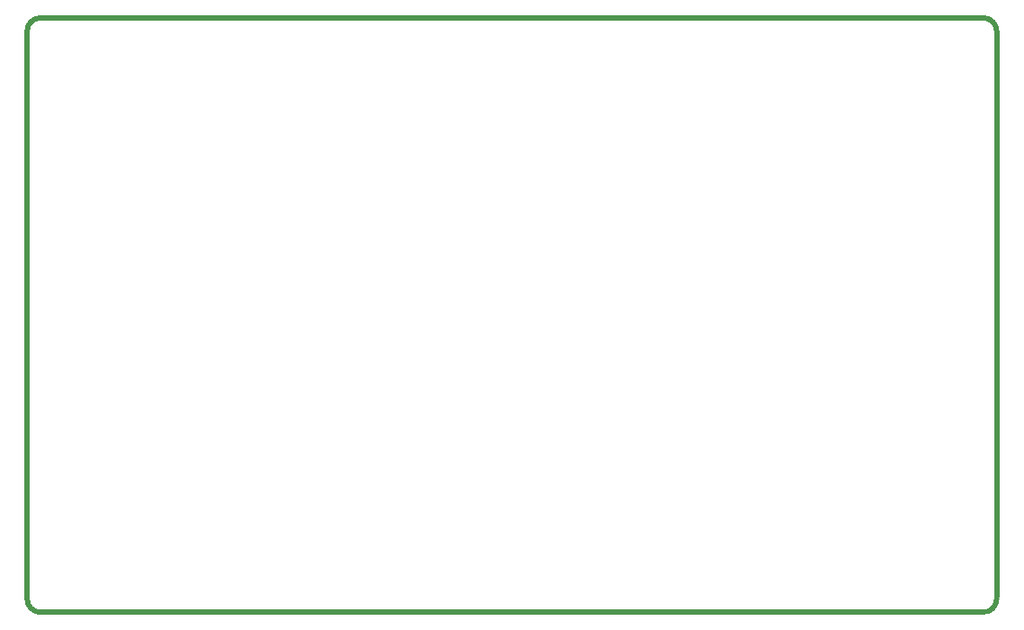
<source format=gm1>
G04*
G04 #@! TF.GenerationSoftware,Altium Limited,Altium Designer,20.2.6 (244)*
G04*
G04 Layer_Color=16711935*
%FSLAX24Y24*%
%MOIN*%
G70*
G04*
G04 #@! TF.SameCoordinates,01985295-A94F-4E40-9557-9D24556334AB*
G04*
G04*
G04 #@! TF.FilePolarity,Positive*
G04*
G01*
G75*
%ADD100C,0.0200*%
D100*
X550Y22100D02*
G03*
X50Y21600I0J-500D01*
G01*
Y550D02*
G03*
X550Y50I500J0D01*
G01*
X35500D02*
G03*
X36000Y550I0J500D01*
G01*
Y21600D02*
G03*
X35500Y22100I-500J0D01*
G01*
X50Y21558D02*
Y21600D01*
Y550D02*
Y628D01*
X35386Y50D02*
X35500D01*
X35386Y22100D02*
X35500D01*
X559D02*
X35386D01*
X559Y50D02*
X35386D01*
X36000Y628D02*
Y21558D01*
X50Y628D02*
Y21558D01*
M02*

</source>
